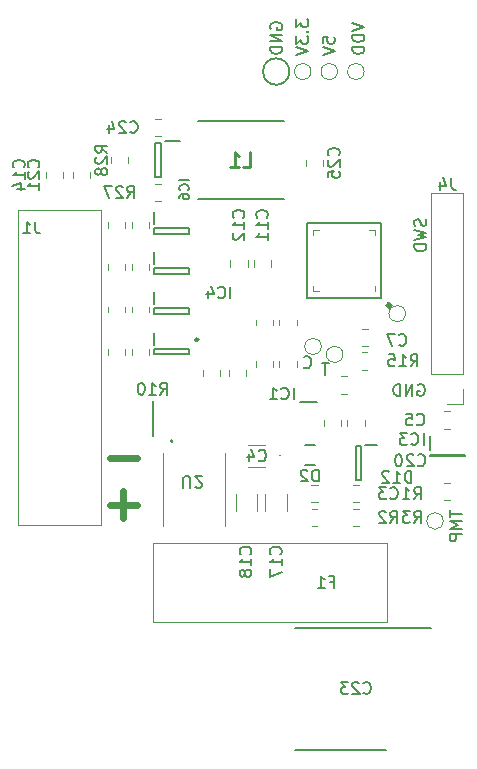
<source format=gbr>
%TF.GenerationSoftware,KiCad,Pcbnew,7.0.8*%
%TF.CreationDate,2023-10-06T19:47:04+02:00*%
%TF.ProjectId,AxxSolder,41787853-6f6c-4646-9572-2e6b69636164,rev?*%
%TF.SameCoordinates,Original*%
%TF.FileFunction,Legend,Bot*%
%TF.FilePolarity,Positive*%
%FSLAX46Y46*%
G04 Gerber Fmt 4.6, Leading zero omitted, Abs format (unit mm)*
G04 Created by KiCad (PCBNEW 7.0.8) date 2023-10-06 19:47:04*
%MOMM*%
%LPD*%
G01*
G04 APERTURE LIST*
%ADD10C,0.200000*%
%ADD11C,0.150000*%
%ADD12C,0.600000*%
%ADD13C,0.254000*%
%ADD14C,0.120000*%
%ADD15C,0.100000*%
%ADD16C,0.250000*%
%ADD17C,0.400000*%
G04 APERTURE END LIST*
D10*
X120868034Y-53750000D02*
G75*
G03*
X120868034Y-53750000I-1118034J0D01*
G01*
D11*
X124185713Y-78454819D02*
X123614285Y-78454819D01*
X123899999Y-79454819D02*
X123899999Y-78454819D01*
D12*
X105657142Y-86486200D02*
X107942857Y-86486200D01*
D11*
X126204819Y-49666667D02*
X127204819Y-50000000D01*
X127204819Y-50000000D02*
X126204819Y-50333333D01*
X127204819Y-50666667D02*
X126204819Y-50666667D01*
X126204819Y-50666667D02*
X126204819Y-50904762D01*
X126204819Y-50904762D02*
X126252438Y-51047619D01*
X126252438Y-51047619D02*
X126347676Y-51142857D01*
X126347676Y-51142857D02*
X126442914Y-51190476D01*
X126442914Y-51190476D02*
X126633390Y-51238095D01*
X126633390Y-51238095D02*
X126776247Y-51238095D01*
X126776247Y-51238095D02*
X126966723Y-51190476D01*
X126966723Y-51190476D02*
X127061961Y-51142857D01*
X127061961Y-51142857D02*
X127157200Y-51047619D01*
X127157200Y-51047619D02*
X127204819Y-50904762D01*
X127204819Y-50904762D02*
X127204819Y-50666667D01*
X127204819Y-51666667D02*
X126204819Y-51666667D01*
X126204819Y-51666667D02*
X126204819Y-51904762D01*
X126204819Y-51904762D02*
X126252438Y-52047619D01*
X126252438Y-52047619D02*
X126347676Y-52142857D01*
X126347676Y-52142857D02*
X126442914Y-52190476D01*
X126442914Y-52190476D02*
X126633390Y-52238095D01*
X126633390Y-52238095D02*
X126776247Y-52238095D01*
X126776247Y-52238095D02*
X126966723Y-52190476D01*
X126966723Y-52190476D02*
X127061961Y-52142857D01*
X127061961Y-52142857D02*
X127157200Y-52047619D01*
X127157200Y-52047619D02*
X127204819Y-51904762D01*
X127204819Y-51904762D02*
X127204819Y-51666667D01*
X131761904Y-80252438D02*
X131857142Y-80204819D01*
X131857142Y-80204819D02*
X131999999Y-80204819D01*
X131999999Y-80204819D02*
X132142856Y-80252438D01*
X132142856Y-80252438D02*
X132238094Y-80347676D01*
X132238094Y-80347676D02*
X132285713Y-80442914D01*
X132285713Y-80442914D02*
X132333332Y-80633390D01*
X132333332Y-80633390D02*
X132333332Y-80776247D01*
X132333332Y-80776247D02*
X132285713Y-80966723D01*
X132285713Y-80966723D02*
X132238094Y-81061961D01*
X132238094Y-81061961D02*
X132142856Y-81157200D01*
X132142856Y-81157200D02*
X131999999Y-81204819D01*
X131999999Y-81204819D02*
X131904761Y-81204819D01*
X131904761Y-81204819D02*
X131761904Y-81157200D01*
X131761904Y-81157200D02*
X131714285Y-81109580D01*
X131714285Y-81109580D02*
X131714285Y-80776247D01*
X131714285Y-80776247D02*
X131904761Y-80776247D01*
X131285713Y-81204819D02*
X131285713Y-80204819D01*
X131285713Y-80204819D02*
X130714285Y-81204819D01*
X130714285Y-81204819D02*
X130714285Y-80204819D01*
X130238094Y-81204819D02*
X130238094Y-80204819D01*
X130238094Y-80204819D02*
X129999999Y-80204819D01*
X129999999Y-80204819D02*
X129857142Y-80252438D01*
X129857142Y-80252438D02*
X129761904Y-80347676D01*
X129761904Y-80347676D02*
X129714285Y-80442914D01*
X129714285Y-80442914D02*
X129666666Y-80633390D01*
X129666666Y-80633390D02*
X129666666Y-80776247D01*
X129666666Y-80776247D02*
X129714285Y-80966723D01*
X129714285Y-80966723D02*
X129761904Y-81061961D01*
X129761904Y-81061961D02*
X129857142Y-81157200D01*
X129857142Y-81157200D02*
X129999999Y-81204819D01*
X129999999Y-81204819D02*
X130238094Y-81204819D01*
X134454819Y-90892857D02*
X134454819Y-91464285D01*
X135454819Y-91178571D02*
X134454819Y-91178571D01*
X135454819Y-91797619D02*
X134454819Y-91797619D01*
X134454819Y-91797619D02*
X135169104Y-92130952D01*
X135169104Y-92130952D02*
X134454819Y-92464285D01*
X134454819Y-92464285D02*
X135454819Y-92464285D01*
X135454819Y-92940476D02*
X134454819Y-92940476D01*
X134454819Y-92940476D02*
X134454819Y-93321428D01*
X134454819Y-93321428D02*
X134502438Y-93416666D01*
X134502438Y-93416666D02*
X134550057Y-93464285D01*
X134550057Y-93464285D02*
X134645295Y-93511904D01*
X134645295Y-93511904D02*
X134788152Y-93511904D01*
X134788152Y-93511904D02*
X134883390Y-93464285D01*
X134883390Y-93464285D02*
X134931009Y-93416666D01*
X134931009Y-93416666D02*
X134978628Y-93321428D01*
X134978628Y-93321428D02*
X134978628Y-92940476D01*
X121454819Y-49333334D02*
X121454819Y-49952381D01*
X121454819Y-49952381D02*
X121835771Y-49619048D01*
X121835771Y-49619048D02*
X121835771Y-49761905D01*
X121835771Y-49761905D02*
X121883390Y-49857143D01*
X121883390Y-49857143D02*
X121931009Y-49904762D01*
X121931009Y-49904762D02*
X122026247Y-49952381D01*
X122026247Y-49952381D02*
X122264342Y-49952381D01*
X122264342Y-49952381D02*
X122359580Y-49904762D01*
X122359580Y-49904762D02*
X122407200Y-49857143D01*
X122407200Y-49857143D02*
X122454819Y-49761905D01*
X122454819Y-49761905D02*
X122454819Y-49476191D01*
X122454819Y-49476191D02*
X122407200Y-49380953D01*
X122407200Y-49380953D02*
X122359580Y-49333334D01*
X122359580Y-50380953D02*
X122407200Y-50428572D01*
X122407200Y-50428572D02*
X122454819Y-50380953D01*
X122454819Y-50380953D02*
X122407200Y-50333334D01*
X122407200Y-50333334D02*
X122359580Y-50380953D01*
X122359580Y-50380953D02*
X122454819Y-50380953D01*
X121454819Y-50761905D02*
X121454819Y-51380952D01*
X121454819Y-51380952D02*
X121835771Y-51047619D01*
X121835771Y-51047619D02*
X121835771Y-51190476D01*
X121835771Y-51190476D02*
X121883390Y-51285714D01*
X121883390Y-51285714D02*
X121931009Y-51333333D01*
X121931009Y-51333333D02*
X122026247Y-51380952D01*
X122026247Y-51380952D02*
X122264342Y-51380952D01*
X122264342Y-51380952D02*
X122359580Y-51333333D01*
X122359580Y-51333333D02*
X122407200Y-51285714D01*
X122407200Y-51285714D02*
X122454819Y-51190476D01*
X122454819Y-51190476D02*
X122454819Y-50904762D01*
X122454819Y-50904762D02*
X122407200Y-50809524D01*
X122407200Y-50809524D02*
X122359580Y-50761905D01*
X121454819Y-51666667D02*
X122454819Y-52000000D01*
X122454819Y-52000000D02*
X121454819Y-52333333D01*
X132407200Y-66242857D02*
X132454819Y-66385714D01*
X132454819Y-66385714D02*
X132454819Y-66623809D01*
X132454819Y-66623809D02*
X132407200Y-66719047D01*
X132407200Y-66719047D02*
X132359580Y-66766666D01*
X132359580Y-66766666D02*
X132264342Y-66814285D01*
X132264342Y-66814285D02*
X132169104Y-66814285D01*
X132169104Y-66814285D02*
X132073866Y-66766666D01*
X132073866Y-66766666D02*
X132026247Y-66719047D01*
X132026247Y-66719047D02*
X131978628Y-66623809D01*
X131978628Y-66623809D02*
X131931009Y-66433333D01*
X131931009Y-66433333D02*
X131883390Y-66338095D01*
X131883390Y-66338095D02*
X131835771Y-66290476D01*
X131835771Y-66290476D02*
X131740533Y-66242857D01*
X131740533Y-66242857D02*
X131645295Y-66242857D01*
X131645295Y-66242857D02*
X131550057Y-66290476D01*
X131550057Y-66290476D02*
X131502438Y-66338095D01*
X131502438Y-66338095D02*
X131454819Y-66433333D01*
X131454819Y-66433333D02*
X131454819Y-66671428D01*
X131454819Y-66671428D02*
X131502438Y-66814285D01*
X131454819Y-67147619D02*
X132454819Y-67385714D01*
X132454819Y-67385714D02*
X131740533Y-67576190D01*
X131740533Y-67576190D02*
X132454819Y-67766666D01*
X132454819Y-67766666D02*
X131454819Y-68004762D01*
X132454819Y-68385714D02*
X131454819Y-68385714D01*
X131454819Y-68385714D02*
X131454819Y-68623809D01*
X131454819Y-68623809D02*
X131502438Y-68766666D01*
X131502438Y-68766666D02*
X131597676Y-68861904D01*
X131597676Y-68861904D02*
X131692914Y-68909523D01*
X131692914Y-68909523D02*
X131883390Y-68957142D01*
X131883390Y-68957142D02*
X132026247Y-68957142D01*
X132026247Y-68957142D02*
X132216723Y-68909523D01*
X132216723Y-68909523D02*
X132311961Y-68861904D01*
X132311961Y-68861904D02*
X132407200Y-68766666D01*
X132407200Y-68766666D02*
X132454819Y-68623809D01*
X132454819Y-68623809D02*
X132454819Y-68385714D01*
X119302105Y-50142857D02*
X119254486Y-50047619D01*
X119254486Y-50047619D02*
X119254486Y-49904762D01*
X119254486Y-49904762D02*
X119302105Y-49761905D01*
X119302105Y-49761905D02*
X119397343Y-49666667D01*
X119397343Y-49666667D02*
X119492581Y-49619048D01*
X119492581Y-49619048D02*
X119683057Y-49571429D01*
X119683057Y-49571429D02*
X119825914Y-49571429D01*
X119825914Y-49571429D02*
X120016390Y-49619048D01*
X120016390Y-49619048D02*
X120111628Y-49666667D01*
X120111628Y-49666667D02*
X120206867Y-49761905D01*
X120206867Y-49761905D02*
X120254486Y-49904762D01*
X120254486Y-49904762D02*
X120254486Y-50000000D01*
X120254486Y-50000000D02*
X120206867Y-50142857D01*
X120206867Y-50142857D02*
X120159247Y-50190476D01*
X120159247Y-50190476D02*
X119825914Y-50190476D01*
X119825914Y-50190476D02*
X119825914Y-50000000D01*
X120254486Y-50619048D02*
X119254486Y-50619048D01*
X119254486Y-50619048D02*
X120254486Y-51190476D01*
X120254486Y-51190476D02*
X119254486Y-51190476D01*
X120254486Y-51666667D02*
X119254486Y-51666667D01*
X119254486Y-51666667D02*
X119254486Y-51904762D01*
X119254486Y-51904762D02*
X119302105Y-52047619D01*
X119302105Y-52047619D02*
X119397343Y-52142857D01*
X119397343Y-52142857D02*
X119492581Y-52190476D01*
X119492581Y-52190476D02*
X119683057Y-52238095D01*
X119683057Y-52238095D02*
X119825914Y-52238095D01*
X119825914Y-52238095D02*
X120016390Y-52190476D01*
X120016390Y-52190476D02*
X120111628Y-52142857D01*
X120111628Y-52142857D02*
X120206867Y-52047619D01*
X120206867Y-52047619D02*
X120254486Y-51904762D01*
X120254486Y-51904762D02*
X120254486Y-51666667D01*
X122090476Y-78759580D02*
X122138095Y-78807200D01*
X122138095Y-78807200D02*
X122280952Y-78854819D01*
X122280952Y-78854819D02*
X122376190Y-78854819D01*
X122376190Y-78854819D02*
X122519047Y-78807200D01*
X122519047Y-78807200D02*
X122614285Y-78711961D01*
X122614285Y-78711961D02*
X122661904Y-78616723D01*
X122661904Y-78616723D02*
X122709523Y-78426247D01*
X122709523Y-78426247D02*
X122709523Y-78283390D01*
X122709523Y-78283390D02*
X122661904Y-78092914D01*
X122661904Y-78092914D02*
X122614285Y-77997676D01*
X122614285Y-77997676D02*
X122519047Y-77902438D01*
X122519047Y-77902438D02*
X122376190Y-77854819D01*
X122376190Y-77854819D02*
X122280952Y-77854819D01*
X122280952Y-77854819D02*
X122138095Y-77902438D01*
X122138095Y-77902438D02*
X122090476Y-77950057D01*
D12*
X107942857Y-90413800D02*
X105657143Y-90413800D01*
X106800000Y-91556657D02*
X106800000Y-89270942D01*
D11*
X123704819Y-51333332D02*
X123704819Y-50857142D01*
X123704819Y-50857142D02*
X124181009Y-50809523D01*
X124181009Y-50809523D02*
X124133390Y-50857142D01*
X124133390Y-50857142D02*
X124085771Y-50952380D01*
X124085771Y-50952380D02*
X124085771Y-51190475D01*
X124085771Y-51190475D02*
X124133390Y-51285713D01*
X124133390Y-51285713D02*
X124181009Y-51333332D01*
X124181009Y-51333332D02*
X124276247Y-51380951D01*
X124276247Y-51380951D02*
X124514342Y-51380951D01*
X124514342Y-51380951D02*
X124609580Y-51333332D01*
X124609580Y-51333332D02*
X124657200Y-51285713D01*
X124657200Y-51285713D02*
X124704819Y-51190475D01*
X124704819Y-51190475D02*
X124704819Y-50952380D01*
X124704819Y-50952380D02*
X124657200Y-50857142D01*
X124657200Y-50857142D02*
X124609580Y-50809523D01*
X123704819Y-51666666D02*
X124704819Y-51999999D01*
X124704819Y-51999999D02*
X123704819Y-52333332D01*
X99333333Y-66454819D02*
X99333333Y-67169104D01*
X99333333Y-67169104D02*
X99380952Y-67311961D01*
X99380952Y-67311961D02*
X99476190Y-67407200D01*
X99476190Y-67407200D02*
X99619047Y-67454819D01*
X99619047Y-67454819D02*
X99714285Y-67454819D01*
X98333333Y-67454819D02*
X98904761Y-67454819D01*
X98619047Y-67454819D02*
X98619047Y-66454819D01*
X98619047Y-66454819D02*
X98714285Y-66597676D01*
X98714285Y-66597676D02*
X98809523Y-66692914D01*
X98809523Y-66692914D02*
X98904761Y-66740533D01*
X109942857Y-81104819D02*
X110276190Y-80628628D01*
X110514285Y-81104819D02*
X110514285Y-80104819D01*
X110514285Y-80104819D02*
X110133333Y-80104819D01*
X110133333Y-80104819D02*
X110038095Y-80152438D01*
X110038095Y-80152438D02*
X109990476Y-80200057D01*
X109990476Y-80200057D02*
X109942857Y-80295295D01*
X109942857Y-80295295D02*
X109942857Y-80438152D01*
X109942857Y-80438152D02*
X109990476Y-80533390D01*
X109990476Y-80533390D02*
X110038095Y-80581009D01*
X110038095Y-80581009D02*
X110133333Y-80628628D01*
X110133333Y-80628628D02*
X110514285Y-80628628D01*
X108990476Y-81104819D02*
X109561904Y-81104819D01*
X109276190Y-81104819D02*
X109276190Y-80104819D01*
X109276190Y-80104819D02*
X109371428Y-80247676D01*
X109371428Y-80247676D02*
X109466666Y-80342914D01*
X109466666Y-80342914D02*
X109561904Y-80390533D01*
X108371428Y-80104819D02*
X108276190Y-80104819D01*
X108276190Y-80104819D02*
X108180952Y-80152438D01*
X108180952Y-80152438D02*
X108133333Y-80200057D01*
X108133333Y-80200057D02*
X108085714Y-80295295D01*
X108085714Y-80295295D02*
X108038095Y-80485771D01*
X108038095Y-80485771D02*
X108038095Y-80723866D01*
X108038095Y-80723866D02*
X108085714Y-80914342D01*
X108085714Y-80914342D02*
X108133333Y-81009580D01*
X108133333Y-81009580D02*
X108180952Y-81057200D01*
X108180952Y-81057200D02*
X108276190Y-81104819D01*
X108276190Y-81104819D02*
X108371428Y-81104819D01*
X108371428Y-81104819D02*
X108466666Y-81057200D01*
X108466666Y-81057200D02*
X108514285Y-81009580D01*
X108514285Y-81009580D02*
X108561904Y-80914342D01*
X108561904Y-80914342D02*
X108609523Y-80723866D01*
X108609523Y-80723866D02*
X108609523Y-80485771D01*
X108609523Y-80485771D02*
X108561904Y-80295295D01*
X108561904Y-80295295D02*
X108514285Y-80200057D01*
X108514285Y-80200057D02*
X108466666Y-80152438D01*
X108466666Y-80152438D02*
X108371428Y-80104819D01*
X105454819Y-60607142D02*
X104978628Y-60273809D01*
X105454819Y-60035714D02*
X104454819Y-60035714D01*
X104454819Y-60035714D02*
X104454819Y-60416666D01*
X104454819Y-60416666D02*
X104502438Y-60511904D01*
X104502438Y-60511904D02*
X104550057Y-60559523D01*
X104550057Y-60559523D02*
X104645295Y-60607142D01*
X104645295Y-60607142D02*
X104788152Y-60607142D01*
X104788152Y-60607142D02*
X104883390Y-60559523D01*
X104883390Y-60559523D02*
X104931009Y-60511904D01*
X104931009Y-60511904D02*
X104978628Y-60416666D01*
X104978628Y-60416666D02*
X104978628Y-60035714D01*
X104550057Y-60988095D02*
X104502438Y-61035714D01*
X104502438Y-61035714D02*
X104454819Y-61130952D01*
X104454819Y-61130952D02*
X104454819Y-61369047D01*
X104454819Y-61369047D02*
X104502438Y-61464285D01*
X104502438Y-61464285D02*
X104550057Y-61511904D01*
X104550057Y-61511904D02*
X104645295Y-61559523D01*
X104645295Y-61559523D02*
X104740533Y-61559523D01*
X104740533Y-61559523D02*
X104883390Y-61511904D01*
X104883390Y-61511904D02*
X105454819Y-60940476D01*
X105454819Y-60940476D02*
X105454819Y-61559523D01*
X104883390Y-62130952D02*
X104835771Y-62035714D01*
X104835771Y-62035714D02*
X104788152Y-61988095D01*
X104788152Y-61988095D02*
X104692914Y-61940476D01*
X104692914Y-61940476D02*
X104645295Y-61940476D01*
X104645295Y-61940476D02*
X104550057Y-61988095D01*
X104550057Y-61988095D02*
X104502438Y-62035714D01*
X104502438Y-62035714D02*
X104454819Y-62130952D01*
X104454819Y-62130952D02*
X104454819Y-62321428D01*
X104454819Y-62321428D02*
X104502438Y-62416666D01*
X104502438Y-62416666D02*
X104550057Y-62464285D01*
X104550057Y-62464285D02*
X104645295Y-62511904D01*
X104645295Y-62511904D02*
X104692914Y-62511904D01*
X104692914Y-62511904D02*
X104788152Y-62464285D01*
X104788152Y-62464285D02*
X104835771Y-62416666D01*
X104835771Y-62416666D02*
X104883390Y-62321428D01*
X104883390Y-62321428D02*
X104883390Y-62130952D01*
X104883390Y-62130952D02*
X104931009Y-62035714D01*
X104931009Y-62035714D02*
X104978628Y-61988095D01*
X104978628Y-61988095D02*
X105073866Y-61940476D01*
X105073866Y-61940476D02*
X105264342Y-61940476D01*
X105264342Y-61940476D02*
X105359580Y-61988095D01*
X105359580Y-61988095D02*
X105407200Y-62035714D01*
X105407200Y-62035714D02*
X105454819Y-62130952D01*
X105454819Y-62130952D02*
X105454819Y-62321428D01*
X105454819Y-62321428D02*
X105407200Y-62416666D01*
X105407200Y-62416666D02*
X105359580Y-62464285D01*
X105359580Y-62464285D02*
X105264342Y-62511904D01*
X105264342Y-62511904D02*
X105073866Y-62511904D01*
X105073866Y-62511904D02*
X104978628Y-62464285D01*
X104978628Y-62464285D02*
X104931009Y-62416666D01*
X104931009Y-62416666D02*
X104883390Y-62321428D01*
X111888095Y-88992680D02*
X111888095Y-88183157D01*
X111888095Y-88183157D02*
X111935714Y-88087919D01*
X111935714Y-88087919D02*
X111983333Y-88040300D01*
X111983333Y-88040300D02*
X112078571Y-87992680D01*
X112078571Y-87992680D02*
X112269047Y-87992680D01*
X112269047Y-87992680D02*
X112364285Y-88040300D01*
X112364285Y-88040300D02*
X112411904Y-88087919D01*
X112411904Y-88087919D02*
X112459523Y-88183157D01*
X112459523Y-88183157D02*
X112459523Y-88992680D01*
X112888095Y-88897442D02*
X112935714Y-88945061D01*
X112935714Y-88945061D02*
X113030952Y-88992680D01*
X113030952Y-88992680D02*
X113269047Y-88992680D01*
X113269047Y-88992680D02*
X113364285Y-88945061D01*
X113364285Y-88945061D02*
X113411904Y-88897442D01*
X113411904Y-88897442D02*
X113459523Y-88802204D01*
X113459523Y-88802204D02*
X113459523Y-88706966D01*
X113459523Y-88706966D02*
X113411904Y-88564109D01*
X113411904Y-88564109D02*
X112840476Y-87992680D01*
X112840476Y-87992680D02*
X113459523Y-87992680D01*
X129416666Y-89859580D02*
X129464285Y-89907200D01*
X129464285Y-89907200D02*
X129607142Y-89954819D01*
X129607142Y-89954819D02*
X129702380Y-89954819D01*
X129702380Y-89954819D02*
X129845237Y-89907200D01*
X129845237Y-89907200D02*
X129940475Y-89811961D01*
X129940475Y-89811961D02*
X129988094Y-89716723D01*
X129988094Y-89716723D02*
X130035713Y-89526247D01*
X130035713Y-89526247D02*
X130035713Y-89383390D01*
X130035713Y-89383390D02*
X129988094Y-89192914D01*
X129988094Y-89192914D02*
X129940475Y-89097676D01*
X129940475Y-89097676D02*
X129845237Y-89002438D01*
X129845237Y-89002438D02*
X129702380Y-88954819D01*
X129702380Y-88954819D02*
X129607142Y-88954819D01*
X129607142Y-88954819D02*
X129464285Y-89002438D01*
X129464285Y-89002438D02*
X129416666Y-89050057D01*
X129083332Y-88954819D02*
X128464285Y-88954819D01*
X128464285Y-88954819D02*
X128797618Y-89335771D01*
X128797618Y-89335771D02*
X128654761Y-89335771D01*
X128654761Y-89335771D02*
X128559523Y-89383390D01*
X128559523Y-89383390D02*
X128511904Y-89431009D01*
X128511904Y-89431009D02*
X128464285Y-89526247D01*
X128464285Y-89526247D02*
X128464285Y-89764342D01*
X128464285Y-89764342D02*
X128511904Y-89859580D01*
X128511904Y-89859580D02*
X128559523Y-89907200D01*
X128559523Y-89907200D02*
X128654761Y-89954819D01*
X128654761Y-89954819D02*
X128940475Y-89954819D01*
X128940475Y-89954819D02*
X129035713Y-89907200D01*
X129035713Y-89907200D02*
X129083332Y-89859580D01*
D13*
X116961666Y-61824318D02*
X117566428Y-61824318D01*
X117566428Y-61824318D02*
X117566428Y-60554318D01*
X115873094Y-61824318D02*
X116598809Y-61824318D01*
X116235952Y-61824318D02*
X116235952Y-60554318D01*
X116235952Y-60554318D02*
X116356904Y-60735746D01*
X116356904Y-60735746D02*
X116477856Y-60856699D01*
X116477856Y-60856699D02*
X116598809Y-60917175D01*
D11*
X120109580Y-94607142D02*
X120157200Y-94559523D01*
X120157200Y-94559523D02*
X120204819Y-94416666D01*
X120204819Y-94416666D02*
X120204819Y-94321428D01*
X120204819Y-94321428D02*
X120157200Y-94178571D01*
X120157200Y-94178571D02*
X120061961Y-94083333D01*
X120061961Y-94083333D02*
X119966723Y-94035714D01*
X119966723Y-94035714D02*
X119776247Y-93988095D01*
X119776247Y-93988095D02*
X119633390Y-93988095D01*
X119633390Y-93988095D02*
X119442914Y-94035714D01*
X119442914Y-94035714D02*
X119347676Y-94083333D01*
X119347676Y-94083333D02*
X119252438Y-94178571D01*
X119252438Y-94178571D02*
X119204819Y-94321428D01*
X119204819Y-94321428D02*
X119204819Y-94416666D01*
X119204819Y-94416666D02*
X119252438Y-94559523D01*
X119252438Y-94559523D02*
X119300057Y-94607142D01*
X120204819Y-95559523D02*
X120204819Y-94988095D01*
X120204819Y-95273809D02*
X119204819Y-95273809D01*
X119204819Y-95273809D02*
X119347676Y-95178571D01*
X119347676Y-95178571D02*
X119442914Y-95083333D01*
X119442914Y-95083333D02*
X119490533Y-94988095D01*
X119204819Y-95892857D02*
X119204819Y-96559523D01*
X119204819Y-96559523D02*
X120204819Y-96130952D01*
X131666666Y-83609580D02*
X131714285Y-83657200D01*
X131714285Y-83657200D02*
X131857142Y-83704819D01*
X131857142Y-83704819D02*
X131952380Y-83704819D01*
X131952380Y-83704819D02*
X132095237Y-83657200D01*
X132095237Y-83657200D02*
X132190475Y-83561961D01*
X132190475Y-83561961D02*
X132238094Y-83466723D01*
X132238094Y-83466723D02*
X132285713Y-83276247D01*
X132285713Y-83276247D02*
X132285713Y-83133390D01*
X132285713Y-83133390D02*
X132238094Y-82942914D01*
X132238094Y-82942914D02*
X132190475Y-82847676D01*
X132190475Y-82847676D02*
X132095237Y-82752438D01*
X132095237Y-82752438D02*
X131952380Y-82704819D01*
X131952380Y-82704819D02*
X131857142Y-82704819D01*
X131857142Y-82704819D02*
X131714285Y-82752438D01*
X131714285Y-82752438D02*
X131666666Y-82800057D01*
X130761904Y-82704819D02*
X131238094Y-82704819D01*
X131238094Y-82704819D02*
X131285713Y-83181009D01*
X131285713Y-83181009D02*
X131238094Y-83133390D01*
X131238094Y-83133390D02*
X131142856Y-83085771D01*
X131142856Y-83085771D02*
X130904761Y-83085771D01*
X130904761Y-83085771D02*
X130809523Y-83133390D01*
X130809523Y-83133390D02*
X130761904Y-83181009D01*
X130761904Y-83181009D02*
X130714285Y-83276247D01*
X130714285Y-83276247D02*
X130714285Y-83514342D01*
X130714285Y-83514342D02*
X130761904Y-83609580D01*
X130761904Y-83609580D02*
X130809523Y-83657200D01*
X130809523Y-83657200D02*
X130904761Y-83704819D01*
X130904761Y-83704819D02*
X131142856Y-83704819D01*
X131142856Y-83704819D02*
X131238094Y-83657200D01*
X131238094Y-83657200D02*
X131285713Y-83609580D01*
X98359580Y-61857142D02*
X98407200Y-61809523D01*
X98407200Y-61809523D02*
X98454819Y-61666666D01*
X98454819Y-61666666D02*
X98454819Y-61571428D01*
X98454819Y-61571428D02*
X98407200Y-61428571D01*
X98407200Y-61428571D02*
X98311961Y-61333333D01*
X98311961Y-61333333D02*
X98216723Y-61285714D01*
X98216723Y-61285714D02*
X98026247Y-61238095D01*
X98026247Y-61238095D02*
X97883390Y-61238095D01*
X97883390Y-61238095D02*
X97692914Y-61285714D01*
X97692914Y-61285714D02*
X97597676Y-61333333D01*
X97597676Y-61333333D02*
X97502438Y-61428571D01*
X97502438Y-61428571D02*
X97454819Y-61571428D01*
X97454819Y-61571428D02*
X97454819Y-61666666D01*
X97454819Y-61666666D02*
X97502438Y-61809523D01*
X97502438Y-61809523D02*
X97550057Y-61857142D01*
X98454819Y-62809523D02*
X98454819Y-62238095D01*
X98454819Y-62523809D02*
X97454819Y-62523809D01*
X97454819Y-62523809D02*
X97597676Y-62428571D01*
X97597676Y-62428571D02*
X97692914Y-62333333D01*
X97692914Y-62333333D02*
X97740533Y-62238095D01*
X97788152Y-63666666D02*
X98454819Y-63666666D01*
X97407200Y-63428571D02*
X98121485Y-63190476D01*
X98121485Y-63190476D02*
X98121485Y-63809523D01*
X129416666Y-91954819D02*
X129749999Y-91478628D01*
X129988094Y-91954819D02*
X129988094Y-90954819D01*
X129988094Y-90954819D02*
X129607142Y-90954819D01*
X129607142Y-90954819D02*
X129511904Y-91002438D01*
X129511904Y-91002438D02*
X129464285Y-91050057D01*
X129464285Y-91050057D02*
X129416666Y-91145295D01*
X129416666Y-91145295D02*
X129416666Y-91288152D01*
X129416666Y-91288152D02*
X129464285Y-91383390D01*
X129464285Y-91383390D02*
X129511904Y-91431009D01*
X129511904Y-91431009D02*
X129607142Y-91478628D01*
X129607142Y-91478628D02*
X129988094Y-91478628D01*
X129035713Y-91050057D02*
X128988094Y-91002438D01*
X128988094Y-91002438D02*
X128892856Y-90954819D01*
X128892856Y-90954819D02*
X128654761Y-90954819D01*
X128654761Y-90954819D02*
X128559523Y-91002438D01*
X128559523Y-91002438D02*
X128511904Y-91050057D01*
X128511904Y-91050057D02*
X128464285Y-91145295D01*
X128464285Y-91145295D02*
X128464285Y-91240533D01*
X128464285Y-91240533D02*
X128511904Y-91383390D01*
X128511904Y-91383390D02*
X129083332Y-91954819D01*
X129083332Y-91954819D02*
X128464285Y-91954819D01*
X131416666Y-91954819D02*
X131749999Y-91478628D01*
X131988094Y-91954819D02*
X131988094Y-90954819D01*
X131988094Y-90954819D02*
X131607142Y-90954819D01*
X131607142Y-90954819D02*
X131511904Y-91002438D01*
X131511904Y-91002438D02*
X131464285Y-91050057D01*
X131464285Y-91050057D02*
X131416666Y-91145295D01*
X131416666Y-91145295D02*
X131416666Y-91288152D01*
X131416666Y-91288152D02*
X131464285Y-91383390D01*
X131464285Y-91383390D02*
X131511904Y-91431009D01*
X131511904Y-91431009D02*
X131607142Y-91478628D01*
X131607142Y-91478628D02*
X131988094Y-91478628D01*
X131083332Y-90954819D02*
X130464285Y-90954819D01*
X130464285Y-90954819D02*
X130797618Y-91335771D01*
X130797618Y-91335771D02*
X130654761Y-91335771D01*
X130654761Y-91335771D02*
X130559523Y-91383390D01*
X130559523Y-91383390D02*
X130511904Y-91431009D01*
X130511904Y-91431009D02*
X130464285Y-91526247D01*
X130464285Y-91526247D02*
X130464285Y-91764342D01*
X130464285Y-91764342D02*
X130511904Y-91859580D01*
X130511904Y-91859580D02*
X130559523Y-91907200D01*
X130559523Y-91907200D02*
X130654761Y-91954819D01*
X130654761Y-91954819D02*
X130940475Y-91954819D01*
X130940475Y-91954819D02*
X131035713Y-91907200D01*
X131035713Y-91907200D02*
X131083332Y-91859580D01*
X131189285Y-88554819D02*
X131189285Y-87554819D01*
X131189285Y-87554819D02*
X130951190Y-87554819D01*
X130951190Y-87554819D02*
X130808333Y-87602438D01*
X130808333Y-87602438D02*
X130713095Y-87697676D01*
X130713095Y-87697676D02*
X130665476Y-87792914D01*
X130665476Y-87792914D02*
X130617857Y-87983390D01*
X130617857Y-87983390D02*
X130617857Y-88126247D01*
X130617857Y-88126247D02*
X130665476Y-88316723D01*
X130665476Y-88316723D02*
X130713095Y-88411961D01*
X130713095Y-88411961D02*
X130808333Y-88507200D01*
X130808333Y-88507200D02*
X130951190Y-88554819D01*
X130951190Y-88554819D02*
X131189285Y-88554819D01*
X129665476Y-88554819D02*
X130236904Y-88554819D01*
X129951190Y-88554819D02*
X129951190Y-87554819D01*
X129951190Y-87554819D02*
X130046428Y-87697676D01*
X130046428Y-87697676D02*
X130141666Y-87792914D01*
X130141666Y-87792914D02*
X130236904Y-87840533D01*
X129284523Y-87650057D02*
X129236904Y-87602438D01*
X129236904Y-87602438D02*
X129141666Y-87554819D01*
X129141666Y-87554819D02*
X128903571Y-87554819D01*
X128903571Y-87554819D02*
X128808333Y-87602438D01*
X128808333Y-87602438D02*
X128760714Y-87650057D01*
X128760714Y-87650057D02*
X128713095Y-87745295D01*
X128713095Y-87745295D02*
X128713095Y-87840533D01*
X128713095Y-87840533D02*
X128760714Y-87983390D01*
X128760714Y-87983390D02*
X129332142Y-88554819D01*
X129332142Y-88554819D02*
X128713095Y-88554819D01*
X124333333Y-96931009D02*
X124666666Y-96931009D01*
X124666666Y-97454819D02*
X124666666Y-96454819D01*
X124666666Y-96454819D02*
X124190476Y-96454819D01*
X123285714Y-97454819D02*
X123857142Y-97454819D01*
X123571428Y-97454819D02*
X123571428Y-96454819D01*
X123571428Y-96454819D02*
X123666666Y-96597676D01*
X123666666Y-96597676D02*
X123761904Y-96692914D01*
X123761904Y-96692914D02*
X123857142Y-96740533D01*
X117559580Y-94607142D02*
X117607200Y-94559523D01*
X117607200Y-94559523D02*
X117654819Y-94416666D01*
X117654819Y-94416666D02*
X117654819Y-94321428D01*
X117654819Y-94321428D02*
X117607200Y-94178571D01*
X117607200Y-94178571D02*
X117511961Y-94083333D01*
X117511961Y-94083333D02*
X117416723Y-94035714D01*
X117416723Y-94035714D02*
X117226247Y-93988095D01*
X117226247Y-93988095D02*
X117083390Y-93988095D01*
X117083390Y-93988095D02*
X116892914Y-94035714D01*
X116892914Y-94035714D02*
X116797676Y-94083333D01*
X116797676Y-94083333D02*
X116702438Y-94178571D01*
X116702438Y-94178571D02*
X116654819Y-94321428D01*
X116654819Y-94321428D02*
X116654819Y-94416666D01*
X116654819Y-94416666D02*
X116702438Y-94559523D01*
X116702438Y-94559523D02*
X116750057Y-94607142D01*
X117654819Y-95559523D02*
X117654819Y-94988095D01*
X117654819Y-95273809D02*
X116654819Y-95273809D01*
X116654819Y-95273809D02*
X116797676Y-95178571D01*
X116797676Y-95178571D02*
X116892914Y-95083333D01*
X116892914Y-95083333D02*
X116940533Y-94988095D01*
X117083390Y-96130952D02*
X117035771Y-96035714D01*
X117035771Y-96035714D02*
X116988152Y-95988095D01*
X116988152Y-95988095D02*
X116892914Y-95940476D01*
X116892914Y-95940476D02*
X116845295Y-95940476D01*
X116845295Y-95940476D02*
X116750057Y-95988095D01*
X116750057Y-95988095D02*
X116702438Y-96035714D01*
X116702438Y-96035714D02*
X116654819Y-96130952D01*
X116654819Y-96130952D02*
X116654819Y-96321428D01*
X116654819Y-96321428D02*
X116702438Y-96416666D01*
X116702438Y-96416666D02*
X116750057Y-96464285D01*
X116750057Y-96464285D02*
X116845295Y-96511904D01*
X116845295Y-96511904D02*
X116892914Y-96511904D01*
X116892914Y-96511904D02*
X116988152Y-96464285D01*
X116988152Y-96464285D02*
X117035771Y-96416666D01*
X117035771Y-96416666D02*
X117083390Y-96321428D01*
X117083390Y-96321428D02*
X117083390Y-96130952D01*
X117083390Y-96130952D02*
X117131009Y-96035714D01*
X117131009Y-96035714D02*
X117178628Y-95988095D01*
X117178628Y-95988095D02*
X117273866Y-95940476D01*
X117273866Y-95940476D02*
X117464342Y-95940476D01*
X117464342Y-95940476D02*
X117559580Y-95988095D01*
X117559580Y-95988095D02*
X117607200Y-96035714D01*
X117607200Y-96035714D02*
X117654819Y-96130952D01*
X117654819Y-96130952D02*
X117654819Y-96321428D01*
X117654819Y-96321428D02*
X117607200Y-96416666D01*
X117607200Y-96416666D02*
X117559580Y-96464285D01*
X117559580Y-96464285D02*
X117464342Y-96511904D01*
X117464342Y-96511904D02*
X117273866Y-96511904D01*
X117273866Y-96511904D02*
X117178628Y-96464285D01*
X117178628Y-96464285D02*
X117131009Y-96416666D01*
X117131009Y-96416666D02*
X117083390Y-96321428D01*
X134558333Y-62754819D02*
X134558333Y-63469104D01*
X134558333Y-63469104D02*
X134605952Y-63611961D01*
X134605952Y-63611961D02*
X134701190Y-63707200D01*
X134701190Y-63707200D02*
X134844047Y-63754819D01*
X134844047Y-63754819D02*
X134939285Y-63754819D01*
X133653571Y-63088152D02*
X133653571Y-63754819D01*
X133891666Y-62707200D02*
X134129761Y-63421485D01*
X134129761Y-63421485D02*
X133510714Y-63421485D01*
X132226189Y-85354819D02*
X132226189Y-84354819D01*
X131178571Y-85259580D02*
X131226190Y-85307200D01*
X131226190Y-85307200D02*
X131369047Y-85354819D01*
X131369047Y-85354819D02*
X131464285Y-85354819D01*
X131464285Y-85354819D02*
X131607142Y-85307200D01*
X131607142Y-85307200D02*
X131702380Y-85211961D01*
X131702380Y-85211961D02*
X131749999Y-85116723D01*
X131749999Y-85116723D02*
X131797618Y-84926247D01*
X131797618Y-84926247D02*
X131797618Y-84783390D01*
X131797618Y-84783390D02*
X131749999Y-84592914D01*
X131749999Y-84592914D02*
X131702380Y-84497676D01*
X131702380Y-84497676D02*
X131607142Y-84402438D01*
X131607142Y-84402438D02*
X131464285Y-84354819D01*
X131464285Y-84354819D02*
X131369047Y-84354819D01*
X131369047Y-84354819D02*
X131226190Y-84402438D01*
X131226190Y-84402438D02*
X131178571Y-84450057D01*
X130845237Y-84354819D02*
X130226190Y-84354819D01*
X130226190Y-84354819D02*
X130559523Y-84735771D01*
X130559523Y-84735771D02*
X130416666Y-84735771D01*
X130416666Y-84735771D02*
X130321428Y-84783390D01*
X130321428Y-84783390D02*
X130273809Y-84831009D01*
X130273809Y-84831009D02*
X130226190Y-84926247D01*
X130226190Y-84926247D02*
X130226190Y-85164342D01*
X130226190Y-85164342D02*
X130273809Y-85259580D01*
X130273809Y-85259580D02*
X130321428Y-85307200D01*
X130321428Y-85307200D02*
X130416666Y-85354819D01*
X130416666Y-85354819D02*
X130702380Y-85354819D01*
X130702380Y-85354819D02*
X130797618Y-85307200D01*
X130797618Y-85307200D02*
X130845237Y-85259580D01*
X118959580Y-66107142D02*
X119007200Y-66059523D01*
X119007200Y-66059523D02*
X119054819Y-65916666D01*
X119054819Y-65916666D02*
X119054819Y-65821428D01*
X119054819Y-65821428D02*
X119007200Y-65678571D01*
X119007200Y-65678571D02*
X118911961Y-65583333D01*
X118911961Y-65583333D02*
X118816723Y-65535714D01*
X118816723Y-65535714D02*
X118626247Y-65488095D01*
X118626247Y-65488095D02*
X118483390Y-65488095D01*
X118483390Y-65488095D02*
X118292914Y-65535714D01*
X118292914Y-65535714D02*
X118197676Y-65583333D01*
X118197676Y-65583333D02*
X118102438Y-65678571D01*
X118102438Y-65678571D02*
X118054819Y-65821428D01*
X118054819Y-65821428D02*
X118054819Y-65916666D01*
X118054819Y-65916666D02*
X118102438Y-66059523D01*
X118102438Y-66059523D02*
X118150057Y-66107142D01*
X119054819Y-67059523D02*
X119054819Y-66488095D01*
X119054819Y-66773809D02*
X118054819Y-66773809D01*
X118054819Y-66773809D02*
X118197676Y-66678571D01*
X118197676Y-66678571D02*
X118292914Y-66583333D01*
X118292914Y-66583333D02*
X118340533Y-66488095D01*
X119054819Y-68011904D02*
X119054819Y-67440476D01*
X119054819Y-67726190D02*
X118054819Y-67726190D01*
X118054819Y-67726190D02*
X118197676Y-67630952D01*
X118197676Y-67630952D02*
X118292914Y-67535714D01*
X118292914Y-67535714D02*
X118340533Y-67440476D01*
X112362295Y-62969048D02*
X111562295Y-62969048D01*
X112286104Y-63807143D02*
X112324200Y-63769047D01*
X112324200Y-63769047D02*
X112362295Y-63654762D01*
X112362295Y-63654762D02*
X112362295Y-63578571D01*
X112362295Y-63578571D02*
X112324200Y-63464285D01*
X112324200Y-63464285D02*
X112248009Y-63388095D01*
X112248009Y-63388095D02*
X112171819Y-63350000D01*
X112171819Y-63350000D02*
X112019438Y-63311904D01*
X112019438Y-63311904D02*
X111905152Y-63311904D01*
X111905152Y-63311904D02*
X111752771Y-63350000D01*
X111752771Y-63350000D02*
X111676580Y-63388095D01*
X111676580Y-63388095D02*
X111600390Y-63464285D01*
X111600390Y-63464285D02*
X111562295Y-63578571D01*
X111562295Y-63578571D02*
X111562295Y-63654762D01*
X111562295Y-63654762D02*
X111600390Y-63769047D01*
X111600390Y-63769047D02*
X111638485Y-63807143D01*
X111562295Y-64492857D02*
X111562295Y-64340476D01*
X111562295Y-64340476D02*
X111600390Y-64264285D01*
X111600390Y-64264285D02*
X111638485Y-64226190D01*
X111638485Y-64226190D02*
X111752771Y-64150000D01*
X111752771Y-64150000D02*
X111905152Y-64111904D01*
X111905152Y-64111904D02*
X112209914Y-64111904D01*
X112209914Y-64111904D02*
X112286104Y-64150000D01*
X112286104Y-64150000D02*
X112324200Y-64188095D01*
X112324200Y-64188095D02*
X112362295Y-64264285D01*
X112362295Y-64264285D02*
X112362295Y-64416666D01*
X112362295Y-64416666D02*
X112324200Y-64492857D01*
X112324200Y-64492857D02*
X112286104Y-64530952D01*
X112286104Y-64530952D02*
X112209914Y-64569047D01*
X112209914Y-64569047D02*
X112019438Y-64569047D01*
X112019438Y-64569047D02*
X111943247Y-64530952D01*
X111943247Y-64530952D02*
X111905152Y-64492857D01*
X111905152Y-64492857D02*
X111867057Y-64416666D01*
X111867057Y-64416666D02*
X111867057Y-64264285D01*
X111867057Y-64264285D02*
X111905152Y-64188095D01*
X111905152Y-64188095D02*
X111943247Y-64150000D01*
X111943247Y-64150000D02*
X112019438Y-64111904D01*
X123338094Y-88454819D02*
X123338094Y-87454819D01*
X123338094Y-87454819D02*
X123099999Y-87454819D01*
X123099999Y-87454819D02*
X122957142Y-87502438D01*
X122957142Y-87502438D02*
X122861904Y-87597676D01*
X122861904Y-87597676D02*
X122814285Y-87692914D01*
X122814285Y-87692914D02*
X122766666Y-87883390D01*
X122766666Y-87883390D02*
X122766666Y-88026247D01*
X122766666Y-88026247D02*
X122814285Y-88216723D01*
X122814285Y-88216723D02*
X122861904Y-88311961D01*
X122861904Y-88311961D02*
X122957142Y-88407200D01*
X122957142Y-88407200D02*
X123099999Y-88454819D01*
X123099999Y-88454819D02*
X123338094Y-88454819D01*
X122385713Y-87550057D02*
X122338094Y-87502438D01*
X122338094Y-87502438D02*
X122242856Y-87454819D01*
X122242856Y-87454819D02*
X122004761Y-87454819D01*
X122004761Y-87454819D02*
X121909523Y-87502438D01*
X121909523Y-87502438D02*
X121861904Y-87550057D01*
X121861904Y-87550057D02*
X121814285Y-87645295D01*
X121814285Y-87645295D02*
X121814285Y-87740533D01*
X121814285Y-87740533D02*
X121861904Y-87883390D01*
X121861904Y-87883390D02*
X122433332Y-88454819D01*
X122433332Y-88454819D02*
X121814285Y-88454819D01*
X121226189Y-81504819D02*
X121226189Y-80504819D01*
X120178571Y-81409580D02*
X120226190Y-81457200D01*
X120226190Y-81457200D02*
X120369047Y-81504819D01*
X120369047Y-81504819D02*
X120464285Y-81504819D01*
X120464285Y-81504819D02*
X120607142Y-81457200D01*
X120607142Y-81457200D02*
X120702380Y-81361961D01*
X120702380Y-81361961D02*
X120749999Y-81266723D01*
X120749999Y-81266723D02*
X120797618Y-81076247D01*
X120797618Y-81076247D02*
X120797618Y-80933390D01*
X120797618Y-80933390D02*
X120749999Y-80742914D01*
X120749999Y-80742914D02*
X120702380Y-80647676D01*
X120702380Y-80647676D02*
X120607142Y-80552438D01*
X120607142Y-80552438D02*
X120464285Y-80504819D01*
X120464285Y-80504819D02*
X120369047Y-80504819D01*
X120369047Y-80504819D02*
X120226190Y-80552438D01*
X120226190Y-80552438D02*
X120178571Y-80600057D01*
X119226190Y-81504819D02*
X119797618Y-81504819D01*
X119511904Y-81504819D02*
X119511904Y-80504819D01*
X119511904Y-80504819D02*
X119607142Y-80647676D01*
X119607142Y-80647676D02*
X119702380Y-80742914D01*
X119702380Y-80742914D02*
X119797618Y-80790533D01*
X118266666Y-86659580D02*
X118314285Y-86707200D01*
X118314285Y-86707200D02*
X118457142Y-86754819D01*
X118457142Y-86754819D02*
X118552380Y-86754819D01*
X118552380Y-86754819D02*
X118695237Y-86707200D01*
X118695237Y-86707200D02*
X118790475Y-86611961D01*
X118790475Y-86611961D02*
X118838094Y-86516723D01*
X118838094Y-86516723D02*
X118885713Y-86326247D01*
X118885713Y-86326247D02*
X118885713Y-86183390D01*
X118885713Y-86183390D02*
X118838094Y-85992914D01*
X118838094Y-85992914D02*
X118790475Y-85897676D01*
X118790475Y-85897676D02*
X118695237Y-85802438D01*
X118695237Y-85802438D02*
X118552380Y-85754819D01*
X118552380Y-85754819D02*
X118457142Y-85754819D01*
X118457142Y-85754819D02*
X118314285Y-85802438D01*
X118314285Y-85802438D02*
X118266666Y-85850057D01*
X117409523Y-86088152D02*
X117409523Y-86754819D01*
X117647618Y-85707200D02*
X117885713Y-86421485D01*
X117885713Y-86421485D02*
X117266666Y-86421485D01*
X130166666Y-76859580D02*
X130214285Y-76907200D01*
X130214285Y-76907200D02*
X130357142Y-76954819D01*
X130357142Y-76954819D02*
X130452380Y-76954819D01*
X130452380Y-76954819D02*
X130595237Y-76907200D01*
X130595237Y-76907200D02*
X130690475Y-76811961D01*
X130690475Y-76811961D02*
X130738094Y-76716723D01*
X130738094Y-76716723D02*
X130785713Y-76526247D01*
X130785713Y-76526247D02*
X130785713Y-76383390D01*
X130785713Y-76383390D02*
X130738094Y-76192914D01*
X130738094Y-76192914D02*
X130690475Y-76097676D01*
X130690475Y-76097676D02*
X130595237Y-76002438D01*
X130595237Y-76002438D02*
X130452380Y-75954819D01*
X130452380Y-75954819D02*
X130357142Y-75954819D01*
X130357142Y-75954819D02*
X130214285Y-76002438D01*
X130214285Y-76002438D02*
X130166666Y-76050057D01*
X129833332Y-75954819D02*
X129166666Y-75954819D01*
X129166666Y-75954819D02*
X129595237Y-76954819D01*
X125039580Y-60857142D02*
X125087200Y-60809523D01*
X125087200Y-60809523D02*
X125134819Y-60666666D01*
X125134819Y-60666666D02*
X125134819Y-60571428D01*
X125134819Y-60571428D02*
X125087200Y-60428571D01*
X125087200Y-60428571D02*
X124991961Y-60333333D01*
X124991961Y-60333333D02*
X124896723Y-60285714D01*
X124896723Y-60285714D02*
X124706247Y-60238095D01*
X124706247Y-60238095D02*
X124563390Y-60238095D01*
X124563390Y-60238095D02*
X124372914Y-60285714D01*
X124372914Y-60285714D02*
X124277676Y-60333333D01*
X124277676Y-60333333D02*
X124182438Y-60428571D01*
X124182438Y-60428571D02*
X124134819Y-60571428D01*
X124134819Y-60571428D02*
X124134819Y-60666666D01*
X124134819Y-60666666D02*
X124182438Y-60809523D01*
X124182438Y-60809523D02*
X124230057Y-60857142D01*
X124230057Y-61238095D02*
X124182438Y-61285714D01*
X124182438Y-61285714D02*
X124134819Y-61380952D01*
X124134819Y-61380952D02*
X124134819Y-61619047D01*
X124134819Y-61619047D02*
X124182438Y-61714285D01*
X124182438Y-61714285D02*
X124230057Y-61761904D01*
X124230057Y-61761904D02*
X124325295Y-61809523D01*
X124325295Y-61809523D02*
X124420533Y-61809523D01*
X124420533Y-61809523D02*
X124563390Y-61761904D01*
X124563390Y-61761904D02*
X125134819Y-61190476D01*
X125134819Y-61190476D02*
X125134819Y-61809523D01*
X124134819Y-62714285D02*
X124134819Y-62238095D01*
X124134819Y-62238095D02*
X124611009Y-62190476D01*
X124611009Y-62190476D02*
X124563390Y-62238095D01*
X124563390Y-62238095D02*
X124515771Y-62333333D01*
X124515771Y-62333333D02*
X124515771Y-62571428D01*
X124515771Y-62571428D02*
X124563390Y-62666666D01*
X124563390Y-62666666D02*
X124611009Y-62714285D01*
X124611009Y-62714285D02*
X124706247Y-62761904D01*
X124706247Y-62761904D02*
X124944342Y-62761904D01*
X124944342Y-62761904D02*
X125039580Y-62714285D01*
X125039580Y-62714285D02*
X125087200Y-62666666D01*
X125087200Y-62666666D02*
X125134819Y-62571428D01*
X125134819Y-62571428D02*
X125134819Y-62333333D01*
X125134819Y-62333333D02*
X125087200Y-62238095D01*
X125087200Y-62238095D02*
X125039580Y-62190476D01*
X99609580Y-61857142D02*
X99657200Y-61809523D01*
X99657200Y-61809523D02*
X99704819Y-61666666D01*
X99704819Y-61666666D02*
X99704819Y-61571428D01*
X99704819Y-61571428D02*
X99657200Y-61428571D01*
X99657200Y-61428571D02*
X99561961Y-61333333D01*
X99561961Y-61333333D02*
X99466723Y-61285714D01*
X99466723Y-61285714D02*
X99276247Y-61238095D01*
X99276247Y-61238095D02*
X99133390Y-61238095D01*
X99133390Y-61238095D02*
X98942914Y-61285714D01*
X98942914Y-61285714D02*
X98847676Y-61333333D01*
X98847676Y-61333333D02*
X98752438Y-61428571D01*
X98752438Y-61428571D02*
X98704819Y-61571428D01*
X98704819Y-61571428D02*
X98704819Y-61666666D01*
X98704819Y-61666666D02*
X98752438Y-61809523D01*
X98752438Y-61809523D02*
X98800057Y-61857142D01*
X98800057Y-62238095D02*
X98752438Y-62285714D01*
X98752438Y-62285714D02*
X98704819Y-62380952D01*
X98704819Y-62380952D02*
X98704819Y-62619047D01*
X98704819Y-62619047D02*
X98752438Y-62714285D01*
X98752438Y-62714285D02*
X98800057Y-62761904D01*
X98800057Y-62761904D02*
X98895295Y-62809523D01*
X98895295Y-62809523D02*
X98990533Y-62809523D01*
X98990533Y-62809523D02*
X99133390Y-62761904D01*
X99133390Y-62761904D02*
X99704819Y-62190476D01*
X99704819Y-62190476D02*
X99704819Y-62809523D01*
X99704819Y-63761904D02*
X99704819Y-63190476D01*
X99704819Y-63476190D02*
X98704819Y-63476190D01*
X98704819Y-63476190D02*
X98847676Y-63380952D01*
X98847676Y-63380952D02*
X98942914Y-63285714D01*
X98942914Y-63285714D02*
X98990533Y-63190476D01*
X131142857Y-78704819D02*
X131476190Y-78228628D01*
X131714285Y-78704819D02*
X131714285Y-77704819D01*
X131714285Y-77704819D02*
X131333333Y-77704819D01*
X131333333Y-77704819D02*
X131238095Y-77752438D01*
X131238095Y-77752438D02*
X131190476Y-77800057D01*
X131190476Y-77800057D02*
X131142857Y-77895295D01*
X131142857Y-77895295D02*
X131142857Y-78038152D01*
X131142857Y-78038152D02*
X131190476Y-78133390D01*
X131190476Y-78133390D02*
X131238095Y-78181009D01*
X131238095Y-78181009D02*
X131333333Y-78228628D01*
X131333333Y-78228628D02*
X131714285Y-78228628D01*
X130190476Y-78704819D02*
X130761904Y-78704819D01*
X130476190Y-78704819D02*
X130476190Y-77704819D01*
X130476190Y-77704819D02*
X130571428Y-77847676D01*
X130571428Y-77847676D02*
X130666666Y-77942914D01*
X130666666Y-77942914D02*
X130761904Y-77990533D01*
X129285714Y-77704819D02*
X129761904Y-77704819D01*
X129761904Y-77704819D02*
X129809523Y-78181009D01*
X129809523Y-78181009D02*
X129761904Y-78133390D01*
X129761904Y-78133390D02*
X129666666Y-78085771D01*
X129666666Y-78085771D02*
X129428571Y-78085771D01*
X129428571Y-78085771D02*
X129333333Y-78133390D01*
X129333333Y-78133390D02*
X129285714Y-78181009D01*
X129285714Y-78181009D02*
X129238095Y-78276247D01*
X129238095Y-78276247D02*
X129238095Y-78514342D01*
X129238095Y-78514342D02*
X129285714Y-78609580D01*
X129285714Y-78609580D02*
X129333333Y-78657200D01*
X129333333Y-78657200D02*
X129428571Y-78704819D01*
X129428571Y-78704819D02*
X129666666Y-78704819D01*
X129666666Y-78704819D02*
X129761904Y-78657200D01*
X129761904Y-78657200D02*
X129809523Y-78609580D01*
X131416666Y-89954819D02*
X131749999Y-89478628D01*
X131988094Y-89954819D02*
X131988094Y-88954819D01*
X131988094Y-88954819D02*
X131607142Y-88954819D01*
X131607142Y-88954819D02*
X131511904Y-89002438D01*
X131511904Y-89002438D02*
X131464285Y-89050057D01*
X131464285Y-89050057D02*
X131416666Y-89145295D01*
X131416666Y-89145295D02*
X131416666Y-89288152D01*
X131416666Y-89288152D02*
X131464285Y-89383390D01*
X131464285Y-89383390D02*
X131511904Y-89431009D01*
X131511904Y-89431009D02*
X131607142Y-89478628D01*
X131607142Y-89478628D02*
X131988094Y-89478628D01*
X130464285Y-89954819D02*
X131035713Y-89954819D01*
X130749999Y-89954819D02*
X130749999Y-88954819D01*
X130749999Y-88954819D02*
X130845237Y-89097676D01*
X130845237Y-89097676D02*
X130940475Y-89192914D01*
X130940475Y-89192914D02*
X131035713Y-89240533D01*
X115876189Y-72954819D02*
X115876189Y-71954819D01*
X114828571Y-72859580D02*
X114876190Y-72907200D01*
X114876190Y-72907200D02*
X115019047Y-72954819D01*
X115019047Y-72954819D02*
X115114285Y-72954819D01*
X115114285Y-72954819D02*
X115257142Y-72907200D01*
X115257142Y-72907200D02*
X115352380Y-72811961D01*
X115352380Y-72811961D02*
X115399999Y-72716723D01*
X115399999Y-72716723D02*
X115447618Y-72526247D01*
X115447618Y-72526247D02*
X115447618Y-72383390D01*
X115447618Y-72383390D02*
X115399999Y-72192914D01*
X115399999Y-72192914D02*
X115352380Y-72097676D01*
X115352380Y-72097676D02*
X115257142Y-72002438D01*
X115257142Y-72002438D02*
X115114285Y-71954819D01*
X115114285Y-71954819D02*
X115019047Y-71954819D01*
X115019047Y-71954819D02*
X114876190Y-72002438D01*
X114876190Y-72002438D02*
X114828571Y-72050057D01*
X113971428Y-72288152D02*
X113971428Y-72954819D01*
X114209523Y-71907200D02*
X114447618Y-72621485D01*
X114447618Y-72621485D02*
X113828571Y-72621485D01*
X116959580Y-66107142D02*
X117007200Y-66059523D01*
X117007200Y-66059523D02*
X117054819Y-65916666D01*
X117054819Y-65916666D02*
X117054819Y-65821428D01*
X117054819Y-65821428D02*
X117007200Y-65678571D01*
X117007200Y-65678571D02*
X116911961Y-65583333D01*
X116911961Y-65583333D02*
X116816723Y-65535714D01*
X116816723Y-65535714D02*
X116626247Y-65488095D01*
X116626247Y-65488095D02*
X116483390Y-65488095D01*
X116483390Y-65488095D02*
X116292914Y-65535714D01*
X116292914Y-65535714D02*
X116197676Y-65583333D01*
X116197676Y-65583333D02*
X116102438Y-65678571D01*
X116102438Y-65678571D02*
X116054819Y-65821428D01*
X116054819Y-65821428D02*
X116054819Y-65916666D01*
X116054819Y-65916666D02*
X116102438Y-66059523D01*
X116102438Y-66059523D02*
X116150057Y-66107142D01*
X117054819Y-67059523D02*
X117054819Y-66488095D01*
X117054819Y-66773809D02*
X116054819Y-66773809D01*
X116054819Y-66773809D02*
X116197676Y-66678571D01*
X116197676Y-66678571D02*
X116292914Y-66583333D01*
X116292914Y-66583333D02*
X116340533Y-66488095D01*
X116150057Y-67440476D02*
X116102438Y-67488095D01*
X116102438Y-67488095D02*
X116054819Y-67583333D01*
X116054819Y-67583333D02*
X116054819Y-67821428D01*
X116054819Y-67821428D02*
X116102438Y-67916666D01*
X116102438Y-67916666D02*
X116150057Y-67964285D01*
X116150057Y-67964285D02*
X116245295Y-68011904D01*
X116245295Y-68011904D02*
X116340533Y-68011904D01*
X116340533Y-68011904D02*
X116483390Y-67964285D01*
X116483390Y-67964285D02*
X117054819Y-67392857D01*
X117054819Y-67392857D02*
X117054819Y-68011904D01*
X107392857Y-58859580D02*
X107440476Y-58907200D01*
X107440476Y-58907200D02*
X107583333Y-58954819D01*
X107583333Y-58954819D02*
X107678571Y-58954819D01*
X107678571Y-58954819D02*
X107821428Y-58907200D01*
X107821428Y-58907200D02*
X107916666Y-58811961D01*
X107916666Y-58811961D02*
X107964285Y-58716723D01*
X107964285Y-58716723D02*
X108011904Y-58526247D01*
X108011904Y-58526247D02*
X108011904Y-58383390D01*
X108011904Y-58383390D02*
X107964285Y-58192914D01*
X107964285Y-58192914D02*
X107916666Y-58097676D01*
X107916666Y-58097676D02*
X107821428Y-58002438D01*
X107821428Y-58002438D02*
X107678571Y-57954819D01*
X107678571Y-57954819D02*
X107583333Y-57954819D01*
X107583333Y-57954819D02*
X107440476Y-58002438D01*
X107440476Y-58002438D02*
X107392857Y-58050057D01*
X107011904Y-58050057D02*
X106964285Y-58002438D01*
X106964285Y-58002438D02*
X106869047Y-57954819D01*
X106869047Y-57954819D02*
X106630952Y-57954819D01*
X106630952Y-57954819D02*
X106535714Y-58002438D01*
X106535714Y-58002438D02*
X106488095Y-58050057D01*
X106488095Y-58050057D02*
X106440476Y-58145295D01*
X106440476Y-58145295D02*
X106440476Y-58240533D01*
X106440476Y-58240533D02*
X106488095Y-58383390D01*
X106488095Y-58383390D02*
X107059523Y-58954819D01*
X107059523Y-58954819D02*
X106440476Y-58954819D01*
X105583333Y-58288152D02*
X105583333Y-58954819D01*
X105821428Y-57907200D02*
X106059523Y-58621485D01*
X106059523Y-58621485D02*
X105440476Y-58621485D01*
X127142857Y-106359580D02*
X127190476Y-106407200D01*
X127190476Y-106407200D02*
X127333333Y-106454819D01*
X127333333Y-106454819D02*
X127428571Y-106454819D01*
X127428571Y-106454819D02*
X127571428Y-106407200D01*
X127571428Y-106407200D02*
X127666666Y-106311961D01*
X127666666Y-106311961D02*
X127714285Y-106216723D01*
X127714285Y-106216723D02*
X127761904Y-106026247D01*
X127761904Y-106026247D02*
X127761904Y-105883390D01*
X127761904Y-105883390D02*
X127714285Y-105692914D01*
X127714285Y-105692914D02*
X127666666Y-105597676D01*
X127666666Y-105597676D02*
X127571428Y-105502438D01*
X127571428Y-105502438D02*
X127428571Y-105454819D01*
X127428571Y-105454819D02*
X127333333Y-105454819D01*
X127333333Y-105454819D02*
X127190476Y-105502438D01*
X127190476Y-105502438D02*
X127142857Y-105550057D01*
X126761904Y-105550057D02*
X126714285Y-105502438D01*
X126714285Y-105502438D02*
X126619047Y-105454819D01*
X126619047Y-105454819D02*
X126380952Y-105454819D01*
X126380952Y-105454819D02*
X126285714Y-105502438D01*
X126285714Y-105502438D02*
X126238095Y-105550057D01*
X126238095Y-105550057D02*
X126190476Y-105645295D01*
X126190476Y-105645295D02*
X126190476Y-105740533D01*
X126190476Y-105740533D02*
X126238095Y-105883390D01*
X126238095Y-105883390D02*
X126809523Y-106454819D01*
X126809523Y-106454819D02*
X126190476Y-106454819D01*
X125857142Y-105454819D02*
X125238095Y-105454819D01*
X125238095Y-105454819D02*
X125571428Y-105835771D01*
X125571428Y-105835771D02*
X125428571Y-105835771D01*
X125428571Y-105835771D02*
X125333333Y-105883390D01*
X125333333Y-105883390D02*
X125285714Y-105931009D01*
X125285714Y-105931009D02*
X125238095Y-106026247D01*
X125238095Y-106026247D02*
X125238095Y-106264342D01*
X125238095Y-106264342D02*
X125285714Y-106359580D01*
X125285714Y-106359580D02*
X125333333Y-106407200D01*
X125333333Y-106407200D02*
X125428571Y-106454819D01*
X125428571Y-106454819D02*
X125714285Y-106454819D01*
X125714285Y-106454819D02*
X125809523Y-106407200D01*
X125809523Y-106407200D02*
X125857142Y-106359580D01*
X107142857Y-64454819D02*
X107476190Y-63978628D01*
X107714285Y-64454819D02*
X107714285Y-63454819D01*
X107714285Y-63454819D02*
X107333333Y-63454819D01*
X107333333Y-63454819D02*
X107238095Y-63502438D01*
X107238095Y-63502438D02*
X107190476Y-63550057D01*
X107190476Y-63550057D02*
X107142857Y-63645295D01*
X107142857Y-63645295D02*
X107142857Y-63788152D01*
X107142857Y-63788152D02*
X107190476Y-63883390D01*
X107190476Y-63883390D02*
X107238095Y-63931009D01*
X107238095Y-63931009D02*
X107333333Y-63978628D01*
X107333333Y-63978628D02*
X107714285Y-63978628D01*
X106761904Y-63550057D02*
X106714285Y-63502438D01*
X106714285Y-63502438D02*
X106619047Y-63454819D01*
X106619047Y-63454819D02*
X106380952Y-63454819D01*
X106380952Y-63454819D02*
X106285714Y-63502438D01*
X106285714Y-63502438D02*
X106238095Y-63550057D01*
X106238095Y-63550057D02*
X106190476Y-63645295D01*
X106190476Y-63645295D02*
X106190476Y-63740533D01*
X106190476Y-63740533D02*
X106238095Y-63883390D01*
X106238095Y-63883390D02*
X106809523Y-64454819D01*
X106809523Y-64454819D02*
X106190476Y-64454819D01*
X105857142Y-63454819D02*
X105190476Y-63454819D01*
X105190476Y-63454819D02*
X105619047Y-64454819D01*
X131742857Y-87059580D02*
X131790476Y-87107200D01*
X131790476Y-87107200D02*
X131933333Y-87154819D01*
X131933333Y-87154819D02*
X132028571Y-87154819D01*
X132028571Y-87154819D02*
X132171428Y-87107200D01*
X132171428Y-87107200D02*
X132266666Y-87011961D01*
X132266666Y-87011961D02*
X132314285Y-86916723D01*
X132314285Y-86916723D02*
X132361904Y-86726247D01*
X132361904Y-86726247D02*
X132361904Y-86583390D01*
X132361904Y-86583390D02*
X132314285Y-86392914D01*
X132314285Y-86392914D02*
X132266666Y-86297676D01*
X132266666Y-86297676D02*
X132171428Y-86202438D01*
X132171428Y-86202438D02*
X132028571Y-86154819D01*
X132028571Y-86154819D02*
X131933333Y-86154819D01*
X131933333Y-86154819D02*
X131790476Y-86202438D01*
X131790476Y-86202438D02*
X131742857Y-86250057D01*
X131361904Y-86250057D02*
X131314285Y-86202438D01*
X131314285Y-86202438D02*
X131219047Y-86154819D01*
X131219047Y-86154819D02*
X130980952Y-86154819D01*
X130980952Y-86154819D02*
X130885714Y-86202438D01*
X130885714Y-86202438D02*
X130838095Y-86250057D01*
X130838095Y-86250057D02*
X130790476Y-86345295D01*
X130790476Y-86345295D02*
X130790476Y-86440533D01*
X130790476Y-86440533D02*
X130838095Y-86583390D01*
X130838095Y-86583390D02*
X131409523Y-87154819D01*
X131409523Y-87154819D02*
X130790476Y-87154819D01*
X130171428Y-86154819D02*
X130076190Y-86154819D01*
X130076190Y-86154819D02*
X129980952Y-86202438D01*
X129980952Y-86202438D02*
X129933333Y-86250057D01*
X129933333Y-86250057D02*
X129885714Y-86345295D01*
X129885714Y-86345295D02*
X129838095Y-86535771D01*
X129838095Y-86535771D02*
X129838095Y-86773866D01*
X129838095Y-86773866D02*
X129885714Y-86964342D01*
X129885714Y-86964342D02*
X129933333Y-87059580D01*
X129933333Y-87059580D02*
X129980952Y-87107200D01*
X129980952Y-87107200D02*
X130076190Y-87154819D01*
X130076190Y-87154819D02*
X130171428Y-87154819D01*
X130171428Y-87154819D02*
X130266666Y-87107200D01*
X130266666Y-87107200D02*
X130314285Y-87059580D01*
X130314285Y-87059580D02*
X130361904Y-86964342D01*
X130361904Y-86964342D02*
X130409523Y-86773866D01*
X130409523Y-86773866D02*
X130409523Y-86535771D01*
X130409523Y-86535771D02*
X130361904Y-86345295D01*
X130361904Y-86345295D02*
X130314285Y-86250057D01*
X130314285Y-86250057D02*
X130266666Y-86202438D01*
X130266666Y-86202438D02*
X130171428Y-86154819D01*
D10*
%TO.C,D3*%
X109400000Y-69000000D02*
X109400000Y-70050000D01*
X112350000Y-70400000D02*
X109450000Y-70400000D01*
X109450000Y-70400000D02*
X109450000Y-70850000D01*
X112350000Y-70850000D02*
X112350000Y-70400000D01*
X109450000Y-70850000D02*
X112350000Y-70850000D01*
D14*
%TO.C,J1*%
X97900000Y-65465000D02*
X104900000Y-65465000D01*
X104900000Y-65465000D02*
X104900000Y-92135000D01*
X104900000Y-92135000D02*
X97900000Y-92135000D01*
X97900000Y-92135000D02*
X97900000Y-65465000D01*
D10*
%TO.C,R10*%
X109300000Y-81610000D02*
X109300000Y-84590000D01*
D14*
%TO.C,R28*%
X107235000Y-61022936D02*
X107235000Y-61477064D01*
X105765000Y-61022936D02*
X105765000Y-61477064D01*
%TO.C,C1*%
X125765000Y-83761252D02*
X125765000Y-83238748D01*
X127235000Y-83761252D02*
X127235000Y-83238748D01*
%TO.C,TP6*%
X123574571Y-77019520D02*
G75*
G03*
X123574571Y-77019520I-700000J0D01*
G01*
D15*
%TO.C,U2*%
X110140000Y-92212500D02*
X110140000Y-86062500D01*
D10*
X110895000Y-84937500D02*
X110895000Y-84937500D01*
X110895000Y-85137500D02*
X110895000Y-85137500D01*
D15*
X115460000Y-92212500D02*
X115460000Y-86062500D01*
D10*
X110895000Y-85137500D02*
G75*
G03*
X110895000Y-84937500I0J100000D01*
G01*
X110895000Y-84937500D02*
G75*
G03*
X110895000Y-85137500I0J-100000D01*
G01*
D14*
%TO.C,TP1*%
X133900000Y-91800000D02*
G75*
G03*
X133900000Y-91800000I-700000J0D01*
G01*
%TO.C,R6*%
X108985000Y-70072936D02*
X108985000Y-70527064D01*
X107515000Y-70072936D02*
X107515000Y-70527064D01*
%TO.C,R21*%
X108985000Y-77272936D02*
X108985000Y-77727064D01*
X107515000Y-77272936D02*
X107515000Y-77727064D01*
%TO.C,R19*%
X105515000Y-74127064D02*
X105515000Y-73672936D01*
X106985000Y-74127064D02*
X106985000Y-73672936D01*
%TO.C,C3*%
X123261252Y-90235000D02*
X122738748Y-90235000D01*
X123261252Y-88765000D02*
X122738748Y-88765000D01*
D10*
%TO.C,L1*%
X120400000Y-64550000D02*
X113100000Y-64550000D01*
X113100000Y-57950000D02*
X120400000Y-57950000D01*
D14*
%TO.C,TP2*%
X130700000Y-74250000D02*
G75*
G03*
X130700000Y-74250000I-700000J0D01*
G01*
%TO.C,C17*%
X118840000Y-90961252D02*
X118840000Y-89538748D01*
X120660000Y-90961252D02*
X120660000Y-89538748D01*
%TO.C,R20*%
X105515000Y-77727064D02*
X105515000Y-77272936D01*
X106985000Y-77727064D02*
X106985000Y-77272936D01*
%TO.C,C5*%
X133988748Y-82515000D02*
X134511252Y-82515000D01*
X133988748Y-83985000D02*
X134511252Y-83985000D01*
%TO.C,C14*%
X101735000Y-62238748D02*
X101735000Y-62761252D01*
X100265000Y-62238748D02*
X100265000Y-62761252D01*
%TO.C,C16*%
X117235000Y-78988748D02*
X117235000Y-79511252D01*
X115765000Y-78988748D02*
X115765000Y-79511252D01*
%TO.C,R2*%
X122772936Y-90765000D02*
X123227064Y-90765000D01*
X122772936Y-92235000D02*
X123227064Y-92235000D01*
%TO.C,R3*%
X126272936Y-90765000D02*
X126727064Y-90765000D01*
X126272936Y-92235000D02*
X126727064Y-92235000D01*
D10*
%TO.C,D12*%
X128325000Y-85400000D02*
X127275000Y-85400000D01*
X126925000Y-88350000D02*
X126925000Y-85450000D01*
X126925000Y-85450000D02*
X126475000Y-85450000D01*
X126475000Y-88350000D02*
X126925000Y-88350000D01*
X126475000Y-85450000D02*
X126475000Y-88350000D01*
%TO.C,D1*%
X109400000Y-65625000D02*
X109400000Y-66675000D01*
X112350000Y-67025000D02*
X109450000Y-67025000D01*
X109450000Y-67025000D02*
X109450000Y-67475000D01*
X112350000Y-67475000D02*
X112350000Y-67025000D01*
X109450000Y-67475000D02*
X112350000Y-67475000D01*
D15*
%TO.C,F1*%
X129105000Y-100365000D02*
X109295000Y-100365000D01*
X129105000Y-93635000D02*
X129105000Y-100365000D01*
X109295000Y-100365000D02*
X109295000Y-93635000D01*
X109295000Y-93635000D02*
X129105000Y-93635000D01*
D14*
%TO.C,R8*%
X105515000Y-66977064D02*
X105515000Y-66522936D01*
X106985000Y-66977064D02*
X106985000Y-66522936D01*
%TO.C,C18*%
X116340000Y-90961252D02*
X116340000Y-89538748D01*
X118160000Y-90961252D02*
X118160000Y-89538748D01*
%TO.C,R22*%
X107515000Y-74127064D02*
X107515000Y-73672936D01*
X108985000Y-74127064D02*
X108985000Y-73672936D01*
%TO.C,J4*%
X132895000Y-64030000D02*
X135555000Y-64030000D01*
X132895000Y-79330000D02*
X132895000Y-64030000D01*
X132895000Y-79330000D02*
X135555000Y-79330000D01*
X134225000Y-81930000D02*
X135555000Y-81930000D01*
X135555000Y-79330000D02*
X135555000Y-64030000D01*
X135555000Y-81930000D02*
X135555000Y-80600000D01*
D10*
%TO.C,IC3*%
X132750000Y-84575000D02*
X132750000Y-85825000D01*
X135710000Y-86175000D02*
X132790000Y-86175000D01*
X132790000Y-86175000D02*
X132790000Y-86325000D01*
X135710000Y-86325000D02*
X135710000Y-86175000D01*
X132790000Y-86325000D02*
X135710000Y-86325000D01*
D14*
%TO.C,R26*%
X120015000Y-78727064D02*
X120015000Y-78272936D01*
X121485000Y-78727064D02*
X121485000Y-78272936D01*
%TO.C,TP9*%
X122700000Y-53750000D02*
G75*
G03*
X122700000Y-53750000I-700000J0D01*
G01*
%TO.C,R23*%
X121485000Y-74772936D02*
X121485000Y-75227064D01*
X120015000Y-74772936D02*
X120015000Y-75227064D01*
%TO.C,R5*%
X107515000Y-66977064D02*
X107515000Y-66522936D01*
X108985000Y-66977064D02*
X108985000Y-66522936D01*
%TO.C,C11*%
X119335000Y-69738748D02*
X119335000Y-70261252D01*
X117865000Y-69738748D02*
X117865000Y-70261252D01*
%TO.C,R18*%
X125272936Y-79565000D02*
X125727064Y-79565000D01*
X125272936Y-81035000D02*
X125727064Y-81035000D01*
%TO.C,TP5*%
X125400000Y-77700000D02*
G75*
G03*
X125400000Y-77700000I-700000J0D01*
G01*
%TO.C,TP7*%
X124950000Y-53750000D02*
G75*
G03*
X124950000Y-53750000I-700000J0D01*
G01*
D10*
%TO.C,IC6*%
X111625000Y-59650000D02*
X110375000Y-59650000D01*
X110025000Y-62700000D02*
X110025000Y-59800000D01*
X110025000Y-59800000D02*
X109475000Y-59800000D01*
X109475000Y-62700000D02*
X110025000Y-62700000D01*
X109475000Y-59800000D02*
X109475000Y-62700000D01*
D15*
%TO.C,D2*%
X120000000Y-86250000D02*
X120000000Y-86250000D01*
X120100000Y-86250000D02*
X120100000Y-86250000D01*
D10*
X122200000Y-85400000D02*
X123000000Y-85400000D01*
X122200000Y-87100000D02*
X123000000Y-87100000D01*
D15*
X120100000Y-86250000D02*
G75*
G03*
X120000000Y-86250000I-50000J0D01*
G01*
X120000000Y-86250000D02*
G75*
G03*
X120100000Y-86250000I50000J0D01*
G01*
D10*
%TO.C,D5*%
X109400000Y-72400000D02*
X109400000Y-73450000D01*
X112350000Y-73800000D02*
X109450000Y-73800000D01*
X109450000Y-73800000D02*
X109450000Y-74250000D01*
X112350000Y-74250000D02*
X112350000Y-73800000D01*
X109450000Y-74250000D02*
X112350000Y-74250000D01*
%TO.C,IC1*%
X123175000Y-81750000D02*
X121750000Y-81750000D01*
D14*
%TO.C,C4*%
X117388748Y-85390000D02*
X118811252Y-85390000D01*
X117388748Y-87210000D02*
X118811252Y-87210000D01*
%TO.C,R24*%
X119485000Y-78272936D02*
X119485000Y-78727064D01*
X118015000Y-78272936D02*
X118015000Y-78727064D01*
%TO.C,IC5*%
X122890000Y-72360000D02*
X123365000Y-72360000D01*
X122890000Y-71885000D02*
X122890000Y-72360000D01*
X128110000Y-71885000D02*
X128110000Y-72360000D01*
X122890000Y-67615000D02*
X122890000Y-67140000D01*
X128110000Y-67615000D02*
X128110000Y-67140000D01*
X122890000Y-67140000D02*
X123365000Y-67140000D01*
X128110000Y-67140000D02*
X127635000Y-67140000D01*
%TO.C,C7*%
X127511252Y-76985000D02*
X126988748Y-76985000D01*
X127511252Y-75515000D02*
X126988748Y-75515000D01*
%TO.C,R9*%
X106985000Y-70072936D02*
X106985000Y-70527064D01*
X105515000Y-70072936D02*
X105515000Y-70527064D01*
%TO.C,C25*%
X122265000Y-61761252D02*
X122265000Y-61238748D01*
X123735000Y-61761252D02*
X123735000Y-61238748D01*
%TO.C,TP8*%
X127200000Y-53750000D02*
G75*
G03*
X127200000Y-53750000I-700000J0D01*
G01*
%TO.C,C21*%
X103985000Y-62238748D02*
X103985000Y-62761252D01*
X102515000Y-62238748D02*
X102515000Y-62761252D01*
%TO.C,R15*%
X127022936Y-77515000D02*
X127477064Y-77515000D01*
X127022936Y-78985000D02*
X127477064Y-78985000D01*
%TO.C,R1*%
X126272936Y-88765000D02*
X126727064Y-88765000D01*
X126272936Y-90235000D02*
X126727064Y-90235000D01*
D16*
%TO.C,IC4*%
X113150000Y-76450000D02*
G75*
G03*
X113150000Y-76450000I-125000J0D01*
G01*
D14*
%TO.C,R25*%
X119485000Y-74772936D02*
X119485000Y-75227064D01*
X118015000Y-74772936D02*
X118015000Y-75227064D01*
%TO.C,C12*%
X117335000Y-69738748D02*
X117335000Y-70261252D01*
X115865000Y-69738748D02*
X115865000Y-70261252D01*
%TO.C,C24*%
X109488748Y-57765000D02*
X110011252Y-57765000D01*
X109488748Y-59235000D02*
X110011252Y-59235000D01*
%TO.C,C2*%
X123765000Y-83761252D02*
X123765000Y-83238748D01*
X125235000Y-83761252D02*
X125235000Y-83238748D01*
D10*
%TO.C,C23*%
X132825000Y-100850000D02*
X121350000Y-100850000D01*
X129075000Y-111150000D02*
X121350000Y-111150000D01*
D14*
%TO.C,R27*%
X109522936Y-63265000D02*
X109977064Y-63265000D01*
X109522936Y-64735000D02*
X109977064Y-64735000D01*
D10*
%TO.C,D6*%
X109400000Y-75850000D02*
X109400000Y-76900000D01*
X112350000Y-77250000D02*
X109450000Y-77250000D01*
X109450000Y-77250000D02*
X109450000Y-77700000D01*
X112350000Y-77700000D02*
X112350000Y-77250000D01*
X109450000Y-77700000D02*
X112350000Y-77700000D01*
D14*
%TO.C,C20*%
X134461252Y-90035000D02*
X133938748Y-90035000D01*
X134461252Y-88565000D02*
X133938748Y-88565000D01*
%TO.C,C15*%
X114985000Y-78988748D02*
X114985000Y-79511252D01*
X113515000Y-78988748D02*
X113515000Y-79511252D01*
D10*
%TO.C,IC2*%
X122350000Y-72900000D02*
X128650000Y-72900000D01*
X128650000Y-72900000D02*
X128650000Y-66600000D01*
X122350000Y-66600000D02*
X122350000Y-72900000D01*
X128650000Y-66600000D02*
X122350000Y-66600000D01*
D17*
X129410000Y-73560000D02*
G75*
G03*
X129410000Y-73560000I-100000J0D01*
G01*
%TD*%
M02*

</source>
